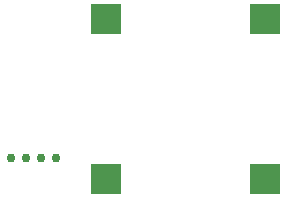
<source format=gtp>
G04 #@! TF.GenerationSoftware,KiCad,Pcbnew,5.1.10-88a1d61d58~90~ubuntu21.04.1*
G04 #@! TF.CreationDate,2021-09-24T17:47:48+02:00*
G04 #@! TF.ProjectId,Keyboard_80_with_USB_HUB_V3,4b657962-6f61-4726-945f-3830255f7769,rev?*
G04 #@! TF.SameCoordinates,Original*
G04 #@! TF.FileFunction,Paste,Top*
G04 #@! TF.FilePolarity,Positive*
%FSLAX46Y46*%
G04 Gerber Fmt 4.6, Leading zero omitted, Abs format (unit mm)*
G04 Created by KiCad (PCBNEW 5.1.10-88a1d61d58~90~ubuntu21.04.1) date 2021-09-24 17:47:48*
%MOMM*%
%LPD*%
G01*
G04 APERTURE LIST*
%ADD10R,2.500000X2.500000*%
%ADD11C,0.750000*%
G04 APERTURE END LIST*
D10*
X325750000Y6750000D03*
X325750000Y-6750000D03*
X339250000Y6750000D03*
X339250000Y-6750000D03*
D11*
X319000000Y-5000000D03*
X317750000Y-5000000D03*
X320250000Y-5000000D03*
X321500000Y-5000000D03*
M02*

</source>
